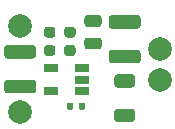
<source format=gts>
%TF.GenerationSoftware,KiCad,Pcbnew,(5.1.7)-1*%
%TF.CreationDate,2021-10-17T00:26:19+02:00*%
%TF.ProjectId,1A buck v1,31412062-7563-46b2-9076-312e6b696361,rev?*%
%TF.SameCoordinates,Original*%
%TF.FileFunction,Soldermask,Top*%
%TF.FilePolarity,Negative*%
%FSLAX46Y46*%
G04 Gerber Fmt 4.6, Leading zero omitted, Abs format (unit mm)*
G04 Created by KiCad (PCBNEW (5.1.7)-1) date 2021-10-17 00:26:19*
%MOMM*%
%LPD*%
G01*
G04 APERTURE LIST*
%ADD10C,2.000000*%
%ADD11R,1.220000X0.650000*%
G04 APERTURE END LIST*
%TO.C,C5*%
G36*
G01*
X144403000Y-86317000D02*
X144903000Y-86317000D01*
G75*
G02*
X145128000Y-86542000I0J-225000D01*
G01*
X145128000Y-86992000D01*
G75*
G02*
X144903000Y-87217000I-225000J0D01*
G01*
X144403000Y-87217000D01*
G75*
G02*
X144178000Y-86992000I0J225000D01*
G01*
X144178000Y-86542000D01*
G75*
G02*
X144403000Y-86317000I225000J0D01*
G01*
G37*
G36*
G01*
X144403000Y-84767000D02*
X144903000Y-84767000D01*
G75*
G02*
X145128000Y-84992000I0J-225000D01*
G01*
X145128000Y-85442000D01*
G75*
G02*
X144903000Y-85667000I-225000J0D01*
G01*
X144403000Y-85667000D01*
G75*
G02*
X144178000Y-85442000I0J225000D01*
G01*
X144178000Y-84992000D01*
G75*
G02*
X144403000Y-84767000I225000J0D01*
G01*
G37*
%TD*%
%TO.C,C6*%
G36*
G01*
X142688500Y-86317000D02*
X143188500Y-86317000D01*
G75*
G02*
X143413500Y-86542000I0J-225000D01*
G01*
X143413500Y-86992000D01*
G75*
G02*
X143188500Y-87217000I-225000J0D01*
G01*
X142688500Y-87217000D01*
G75*
G02*
X142463500Y-86992000I0J225000D01*
G01*
X142463500Y-86542000D01*
G75*
G02*
X142688500Y-86317000I225000J0D01*
G01*
G37*
G36*
G01*
X142688500Y-84767000D02*
X143188500Y-84767000D01*
G75*
G02*
X143413500Y-84992000I0J-225000D01*
G01*
X143413500Y-85442000D01*
G75*
G02*
X143188500Y-85667000I-225000J0D01*
G01*
X142688500Y-85667000D01*
G75*
G02*
X142463500Y-85442000I0J225000D01*
G01*
X142463500Y-84992000D01*
G75*
G02*
X142688500Y-84767000I225000J0D01*
G01*
G37*
%TD*%
%TO.C,C3*%
G36*
G01*
X148188499Y-86715700D02*
X150388501Y-86715700D01*
G75*
G02*
X150638500Y-86965699I0J-249999D01*
G01*
X150638500Y-87615701D01*
G75*
G02*
X150388501Y-87865700I-249999J0D01*
G01*
X148188499Y-87865700D01*
G75*
G02*
X147938500Y-87615701I0J249999D01*
G01*
X147938500Y-86965699D01*
G75*
G02*
X148188499Y-86715700I249999J0D01*
G01*
G37*
G36*
G01*
X148188499Y-83765700D02*
X150388501Y-83765700D01*
G75*
G02*
X150638500Y-84015699I0J-249999D01*
G01*
X150638500Y-84665701D01*
G75*
G02*
X150388501Y-84915700I-249999J0D01*
G01*
X148188499Y-84915700D01*
G75*
G02*
X147938500Y-84665701I0J249999D01*
G01*
X147938500Y-84015699D01*
G75*
G02*
X148188499Y-83765700I249999J0D01*
G01*
G37*
%TD*%
%TO.C,C1*%
G36*
G01*
X141536601Y-87452100D02*
X139336599Y-87452100D01*
G75*
G02*
X139086600Y-87202101I0J249999D01*
G01*
X139086600Y-86552099D01*
G75*
G02*
X139336599Y-86302100I249999J0D01*
G01*
X141536601Y-86302100D01*
G75*
G02*
X141786600Y-86552099I0J-249999D01*
G01*
X141786600Y-87202101D01*
G75*
G02*
X141536601Y-87452100I-249999J0D01*
G01*
G37*
G36*
G01*
X141536601Y-90402100D02*
X139336599Y-90402100D01*
G75*
G02*
X139086600Y-90152101I0J249999D01*
G01*
X139086600Y-89502099D01*
G75*
G02*
X139336599Y-89252100I249999J0D01*
G01*
X141536601Y-89252100D01*
G75*
G02*
X141786600Y-89502099I0J-249999D01*
G01*
X141786600Y-90152101D01*
G75*
G02*
X141536601Y-90402100I-249999J0D01*
G01*
G37*
%TD*%
D10*
%TO.C,H2*%
X140436600Y-84683600D03*
%TD*%
%TO.C,R1*%
G36*
G01*
X144923000Y-91305800D02*
X144923000Y-91675800D01*
G75*
G02*
X144788000Y-91810800I-135000J0D01*
G01*
X144518000Y-91810800D01*
G75*
G02*
X144383000Y-91675800I0J135000D01*
G01*
X144383000Y-91305800D01*
G75*
G02*
X144518000Y-91170800I135000J0D01*
G01*
X144788000Y-91170800D01*
G75*
G02*
X144923000Y-91305800I0J-135000D01*
G01*
G37*
G36*
G01*
X145943000Y-91305800D02*
X145943000Y-91675800D01*
G75*
G02*
X145808000Y-91810800I-135000J0D01*
G01*
X145538000Y-91810800D01*
G75*
G02*
X145403000Y-91675800I0J135000D01*
G01*
X145403000Y-91305800D01*
G75*
G02*
X145538000Y-91170800I135000J0D01*
G01*
X145808000Y-91170800D01*
G75*
G02*
X145943000Y-91305800I0J-135000D01*
G01*
G37*
%TD*%
%TO.C,-*%
X152247600Y-89306400D03*
%TD*%
%TO.C,+*%
X152247600Y-86614000D03*
%TD*%
%TO.C,-*%
X140436600Y-91973400D03*
%TD*%
%TO.C,C4*%
G36*
G01*
X146133800Y-85667000D02*
X147083800Y-85667000D01*
G75*
G02*
X147333800Y-85917000I0J-250000D01*
G01*
X147333800Y-86417000D01*
G75*
G02*
X147083800Y-86667000I-250000J0D01*
G01*
X146133800Y-86667000D01*
G75*
G02*
X145883800Y-86417000I0J250000D01*
G01*
X145883800Y-85917000D01*
G75*
G02*
X146133800Y-85667000I250000J0D01*
G01*
G37*
G36*
G01*
X146133800Y-83767000D02*
X147083800Y-83767000D01*
G75*
G02*
X147333800Y-84017000I0J-250000D01*
G01*
X147333800Y-84517000D01*
G75*
G02*
X147083800Y-84767000I-250000J0D01*
G01*
X146133800Y-84767000D01*
G75*
G02*
X145883800Y-84517000I0J250000D01*
G01*
X145883800Y-84017000D01*
G75*
G02*
X146133800Y-83767000I250000J0D01*
G01*
G37*
%TD*%
D11*
%TO.C,U1*%
X143074400Y-90190400D03*
X143074400Y-88290400D03*
X145694400Y-88290400D03*
X145694400Y-89240400D03*
X145694400Y-90190400D03*
%TD*%
%TO.C,R2*%
G36*
G01*
X148663497Y-88778000D02*
X149913503Y-88778000D01*
G75*
G02*
X150163500Y-89027997I0J-249997D01*
G01*
X150163500Y-89653003D01*
G75*
G02*
X149913503Y-89903000I-249997J0D01*
G01*
X148663497Y-89903000D01*
G75*
G02*
X148413500Y-89653003I0J249997D01*
G01*
X148413500Y-89027997D01*
G75*
G02*
X148663497Y-88778000I249997J0D01*
G01*
G37*
G36*
G01*
X148663497Y-91703000D02*
X149913503Y-91703000D01*
G75*
G02*
X150163500Y-91952997I0J-249997D01*
G01*
X150163500Y-92578003D01*
G75*
G02*
X149913503Y-92828000I-249997J0D01*
G01*
X148663497Y-92828000D01*
G75*
G02*
X148413500Y-92578003I0J249997D01*
G01*
X148413500Y-91952997D01*
G75*
G02*
X148663497Y-91703000I249997J0D01*
G01*
G37*
%TD*%
M02*

</source>
